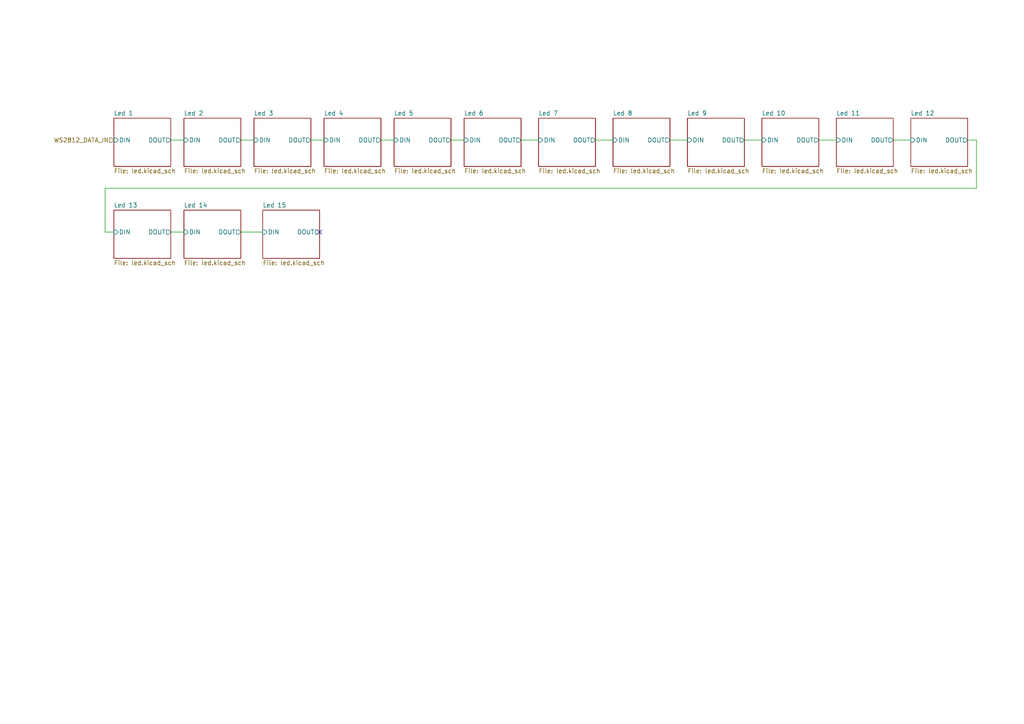
<source format=kicad_sch>
(kicad_sch
	(version 20231120)
	(generator "eeschema")
	(generator_version "8.0")
	(uuid "92abc521-fad4-4e0e-910e-9e9ac373d098")
	(paper "A4")
	(lib_symbols)
	(no_connect
		(at 92.71 67.31)
		(uuid "59d9094d-2b8b-47cb-a832-808e84f35672")
	)
	(wire
		(pts
			(xy 30.48 67.31) (xy 33.02 67.31)
		)
		(stroke
			(width 0)
			(type default)
		)
		(uuid "0078f426-0151-43f9-9c0b-67c7bab6fc69")
	)
	(wire
		(pts
			(xy 90.17 40.64) (xy 93.98 40.64)
		)
		(stroke
			(width 0)
			(type default)
		)
		(uuid "3d25bdfd-afce-43b2-ae44-dfdf99a88852")
	)
	(wire
		(pts
			(xy 151.13 40.64) (xy 156.21 40.64)
		)
		(stroke
			(width 0)
			(type default)
		)
		(uuid "4738da18-ded1-4c97-b39c-18fd2537e7ad")
	)
	(wire
		(pts
			(xy 110.49 40.64) (xy 114.3 40.64)
		)
		(stroke
			(width 0)
			(type default)
		)
		(uuid "59dbf83a-c3ca-4a7b-84a1-2dc8093656eb")
	)
	(wire
		(pts
			(xy 237.49 40.64) (xy 242.57 40.64)
		)
		(stroke
			(width 0)
			(type default)
		)
		(uuid "5abdbadd-972b-464a-8caf-4ff600e50410")
	)
	(wire
		(pts
			(xy 49.53 67.31) (xy 53.34 67.31)
		)
		(stroke
			(width 0)
			(type default)
		)
		(uuid "5ee1f617-61e6-493c-80ce-35f02b4c39e5")
	)
	(wire
		(pts
			(xy 283.21 54.61) (xy 30.48 54.61)
		)
		(stroke
			(width 0)
			(type default)
		)
		(uuid "61ecc90a-f5f2-403d-a0b9-245ae32be1c3")
	)
	(wire
		(pts
			(xy 172.72 40.64) (xy 177.8 40.64)
		)
		(stroke
			(width 0)
			(type default)
		)
		(uuid "70352cda-c2f0-4da2-94a0-6d1490fa725a")
	)
	(wire
		(pts
			(xy 69.85 40.64) (xy 73.66 40.64)
		)
		(stroke
			(width 0)
			(type default)
		)
		(uuid "82c18e53-1991-413a-9073-4f0704de3e31")
	)
	(wire
		(pts
			(xy 215.9 40.64) (xy 220.98 40.64)
		)
		(stroke
			(width 0)
			(type default)
		)
		(uuid "8e5582c5-1860-42a1-927b-fa4228205ad2")
	)
	(wire
		(pts
			(xy 30.48 54.61) (xy 30.48 67.31)
		)
		(stroke
			(width 0)
			(type default)
		)
		(uuid "94e67430-7b2c-4e0f-809f-0eb6d3e0cc2a")
	)
	(wire
		(pts
			(xy 69.85 67.31) (xy 76.2 67.31)
		)
		(stroke
			(width 0)
			(type default)
		)
		(uuid "aed0e4ea-b47f-429e-a042-a3af88256206")
	)
	(wire
		(pts
			(xy 49.53 40.64) (xy 53.34 40.64)
		)
		(stroke
			(width 0)
			(type default)
		)
		(uuid "bd0f2b70-922c-4ba3-b135-8de68c53685c")
	)
	(wire
		(pts
			(xy 130.81 40.64) (xy 134.62 40.64)
		)
		(stroke
			(width 0)
			(type default)
		)
		(uuid "bdf12926-fd71-4f3e-b8ad-3158b7889680")
	)
	(wire
		(pts
			(xy 283.21 40.64) (xy 283.21 54.61)
		)
		(stroke
			(width 0)
			(type default)
		)
		(uuid "bf92f1ee-b254-45c2-99b3-62db9c915d0f")
	)
	(wire
		(pts
			(xy 259.08 40.64) (xy 264.16 40.64)
		)
		(stroke
			(width 0)
			(type default)
		)
		(uuid "c17a71ab-740e-4c72-b1f0-2e3aef0f7965")
	)
	(wire
		(pts
			(xy 280.67 40.64) (xy 283.21 40.64)
		)
		(stroke
			(width 0)
			(type default)
		)
		(uuid "cda018a3-fd02-455c-a06a-d4b771aa5dd7")
	)
	(wire
		(pts
			(xy 194.31 40.64) (xy 199.39 40.64)
		)
		(stroke
			(width 0)
			(type default)
		)
		(uuid "ed7a92b4-606e-4413-9eef-381320b20ee9")
	)
	(hierarchical_label "WS2812_DATA_IN"
		(shape input)
		(at 33.02 40.64 180)
		(fields_autoplaced yes)
		(effects
			(font
				(size 1.27 1.27)
			)
			(justify right)
		)
		(uuid "c8162c3d-41d6-401b-92ce-30371c85cee3")
	)
	(sheet
		(at 242.57 34.29)
		(size 16.51 13.97)
		(fields_autoplaced yes)
		(stroke
			(width 0.1524)
			(type solid)
		)
		(fill
			(color 0 0 0 0.0000)
		)
		(uuid "1e1d8acd-466e-421e-843b-56104b9051b3")
		(property "Sheetname" "Led 11"
			(at 242.57 33.5784 0)
			(effects
				(font
					(size 1.27 1.27)
				)
				(justify left bottom)
			)
		)
		(property "Sheetfile" "led.kicad_sch"
			(at 242.57 48.8446 0)
			(effects
				(font
					(size 1.27 1.27)
				)
				(justify left top)
			)
		)
		(pin "DIN" input
			(at 242.57 40.64 180)
			(effects
				(font
					(size 1.27 1.27)
				)
				(justify left)
			)
			(uuid "70c87dac-d399-4cbb-bd53-7ce94d229e8c")
		)
		(pin "DOUT" output
			(at 259.08 40.64 0)
			(effects
				(font
					(size 1.27 1.27)
				)
				(justify right)
			)
			(uuid "d2817064-a3ff-48e6-a88e-1b804e18942f")
		)
		(instances
			(project "switch_sequencer"
				(path "/1090b42d-0526-4901-ae26-1a4493d10820/235c182e-f8eb-45f9-913d-a3ffe96204cb"
					(page "15")
				)
			)
		)
	)
	(sheet
		(at 33.02 60.96)
		(size 16.51 13.97)
		(fields_autoplaced yes)
		(stroke
			(width 0.1524)
			(type solid)
		)
		(fill
			(color 0 0 0 0.0000)
		)
		(uuid "1f7232f8-13df-429d-90c7-616d5130361d")
		(property "Sheetname" "Led 13"
			(at 33.02 60.2484 0)
			(effects
				(font
					(size 1.27 1.27)
				)
				(justify left bottom)
			)
		)
		(property "Sheetfile" "led.kicad_sch"
			(at 33.02 75.5146 0)
			(effects
				(font
					(size 1.27 1.27)
				)
				(justify left top)
			)
		)
		(pin "DIN" input
			(at 33.02 67.31 180)
			(effects
				(font
					(size 1.27 1.27)
				)
				(justify left)
			)
			(uuid "be7101d1-feb6-4475-8c28-23f951983416")
		)
		(pin "DOUT" output
			(at 49.53 67.31 0)
			(effects
				(font
					(size 1.27 1.27)
				)
				(justify right)
			)
			(uuid "b9a218d9-70f4-4615-9634-1c950f86541a")
		)
		(instances
			(project "switch_sequencer"
				(path "/1090b42d-0526-4901-ae26-1a4493d10820/235c182e-f8eb-45f9-913d-a3ffe96204cb"
					(page "17")
				)
			)
		)
	)
	(sheet
		(at 114.3 34.29)
		(size 16.51 13.97)
		(fields_autoplaced yes)
		(stroke
			(width 0.1524)
			(type solid)
		)
		(fill
			(color 0 0 0 0.0000)
		)
		(uuid "235d63c6-da5f-46c1-8e76-f4638e14c221")
		(property "Sheetname" "Led 5"
			(at 114.3 33.5784 0)
			(effects
				(font
					(size 1.27 1.27)
				)
				(justify left bottom)
			)
		)
		(property "Sheetfile" "led.kicad_sch"
			(at 114.3 48.8446 0)
			(effects
				(font
					(size 1.27 1.27)
				)
				(justify left top)
			)
		)
		(pin "DIN" input
			(at 114.3 40.64 180)
			(effects
				(font
					(size 1.27 1.27)
				)
				(justify left)
			)
			(uuid "85756fd2-2699-4401-8a51-97cde91f01ff")
		)
		(pin "DOUT" output
			(at 130.81 40.64 0)
			(effects
				(font
					(size 1.27 1.27)
				)
				(justify right)
			)
			(uuid "22a516f9-3f19-4e99-bbd4-ff7e7004c154")
		)
		(instances
			(project "switch_sequencer"
				(path "/1090b42d-0526-4901-ae26-1a4493d10820/235c182e-f8eb-45f9-913d-a3ffe96204cb"
					(page "9")
				)
			)
		)
	)
	(sheet
		(at 220.98 34.29)
		(size 16.51 13.97)
		(fields_autoplaced yes)
		(stroke
			(width 0.1524)
			(type solid)
		)
		(fill
			(color 0 0 0 0.0000)
		)
		(uuid "248823e2-1f31-451d-a01e-451a328cd0bd")
		(property "Sheetname" "Led 10"
			(at 220.98 33.5784 0)
			(effects
				(font
					(size 1.27 1.27)
				)
				(justify left bottom)
			)
		)
		(property "Sheetfile" "led.kicad_sch"
			(at 220.98 48.8446 0)
			(effects
				(font
					(size 1.27 1.27)
				)
				(justify left top)
			)
		)
		(pin "DIN" input
			(at 220.98 40.64 180)
			(effects
				(font
					(size 1.27 1.27)
				)
				(justify left)
			)
			(uuid "9eec157a-fdeb-4fe7-81ad-88f09d44f0a3")
		)
		(pin "DOUT" output
			(at 237.49 40.64 0)
			(effects
				(font
					(size 1.27 1.27)
				)
				(justify right)
			)
			(uuid "cfa0bb52-4b35-4030-9df9-bd4ca88ea922")
		)
		(instances
			(project "switch_sequencer"
				(path "/1090b42d-0526-4901-ae26-1a4493d10820/235c182e-f8eb-45f9-913d-a3ffe96204cb"
					(page "14")
				)
			)
		)
	)
	(sheet
		(at 73.66 34.29)
		(size 16.51 13.97)
		(fields_autoplaced yes)
		(stroke
			(width 0.1524)
			(type solid)
		)
		(fill
			(color 0 0 0 0.0000)
		)
		(uuid "2c0434d0-e04a-49ea-9c05-a82b1c421139")
		(property "Sheetname" "Led 3"
			(at 73.66 33.5784 0)
			(effects
				(font
					(size 1.27 1.27)
				)
				(justify left bottom)
			)
		)
		(property "Sheetfile" "led.kicad_sch"
			(at 73.66 48.8446 0)
			(effects
				(font
					(size 1.27 1.27)
				)
				(justify left top)
			)
		)
		(pin "DOUT" output
			(at 90.17 40.64 0)
			(effects
				(font
					(size 1.27 1.27)
				)
				(justify right)
			)
			(uuid "b52cbd42-0c25-4ba7-8878-7990e251f036")
		)
		(pin "DIN" input
			(at 73.66 40.64 180)
			(effects
				(font
					(size 1.27 1.27)
				)
				(justify left)
			)
			(uuid "fec725ed-fb15-4ebc-8b75-acd198bf498a")
		)
		(instances
			(project "switch_sequencer"
				(path "/1090b42d-0526-4901-ae26-1a4493d10820/235c182e-f8eb-45f9-913d-a3ffe96204cb"
					(page "7")
				)
			)
		)
	)
	(sheet
		(at 156.21 34.29)
		(size 16.51 13.97)
		(fields_autoplaced yes)
		(stroke
			(width 0.1524)
			(type solid)
		)
		(fill
			(color 0 0 0 0.0000)
		)
		(uuid "33f44a05-8ae7-4a66-a5b5-ebb97b30ac89")
		(property "Sheetname" "Led 7"
			(at 156.21 33.5784 0)
			(effects
				(font
					(size 1.27 1.27)
				)
				(justify left bottom)
			)
		)
		(property "Sheetfile" "led.kicad_sch"
			(at 156.21 48.8446 0)
			(effects
				(font
					(size 1.27 1.27)
				)
				(justify left top)
			)
		)
		(pin "DIN" input
			(at 156.21 40.64 180)
			(effects
				(font
					(size 1.27 1.27)
				)
				(justify left)
			)
			(uuid "767ba626-a47f-4289-9a50-f2b3e7c3e55f")
		)
		(pin "DOUT" output
			(at 172.72 40.64 0)
			(effects
				(font
					(size 1.27 1.27)
				)
				(justify right)
			)
			(uuid "c821e97f-e088-498b-8c1e-c6aba48798ed")
		)
		(instances
			(project "switch_sequencer"
				(path "/1090b42d-0526-4901-ae26-1a4493d10820/235c182e-f8eb-45f9-913d-a3ffe96204cb"
					(page "11")
				)
			)
		)
	)
	(sheet
		(at 177.8 34.29)
		(size 16.51 13.97)
		(fields_autoplaced yes)
		(stroke
			(width 0.1524)
			(type solid)
		)
		(fill
			(color 0 0 0 0.0000)
		)
		(uuid "49da3756-dbc4-42b3-b160-866d708f67f8")
		(property "Sheetname" "Led 8"
			(at 177.8 33.5784 0)
			(effects
				(font
					(size 1.27 1.27)
				)
				(justify left bottom)
			)
		)
		(property "Sheetfile" "led.kicad_sch"
			(at 177.8 48.8446 0)
			(effects
				(font
					(size 1.27 1.27)
				)
				(justify left top)
			)
		)
		(pin "DIN" input
			(at 177.8 40.64 180)
			(effects
				(font
					(size 1.27 1.27)
				)
				(justify left)
			)
			(uuid "b6e65a56-acd7-43a5-b466-d2e8e034f2a1")
		)
		(pin "DOUT" output
			(at 194.31 40.64 0)
			(effects
				(font
					(size 1.27 1.27)
				)
				(justify right)
			)
			(uuid "61c8c91a-3ccc-4e5a-ae23-de1ab1b11e3a")
		)
		(instances
			(project "switch_sequencer"
				(path "/1090b42d-0526-4901-ae26-1a4493d10820/235c182e-f8eb-45f9-913d-a3ffe96204cb"
					(page "12")
				)
			)
		)
	)
	(sheet
		(at 134.62 34.29)
		(size 16.51 13.97)
		(fields_autoplaced yes)
		(stroke
			(width 0.1524)
			(type solid)
		)
		(fill
			(color 0 0 0 0.0000)
		)
		(uuid "500669bc-310f-4a66-8c37-208d93b42702")
		(property "Sheetname" "Led 6"
			(at 134.62 33.5784 0)
			(effects
				(font
					(size 1.27 1.27)
				)
				(justify left bottom)
			)
		)
		(property "Sheetfile" "led.kicad_sch"
			(at 134.62 48.8446 0)
			(effects
				(font
					(size 1.27 1.27)
				)
				(justify left top)
			)
		)
		(pin "DIN" input
			(at 134.62 40.64 180)
			(effects
				(font
					(size 1.27 1.27)
				)
				(justify left)
			)
			(uuid "20ee2c55-cb6b-445d-8a01-e2e434887a2d")
		)
		(pin "DOUT" output
			(at 151.13 40.64 0)
			(effects
				(font
					(size 1.27 1.27)
				)
				(justify right)
			)
			(uuid "5086c660-a4c6-4848-9d8c-73aac97ba43e")
		)
		(instances
			(project "switch_sequencer"
				(path "/1090b42d-0526-4901-ae26-1a4493d10820/235c182e-f8eb-45f9-913d-a3ffe96204cb"
					(page "10")
				)
			)
		)
	)
	(sheet
		(at 199.39 34.29)
		(size 16.51 13.97)
		(fields_autoplaced yes)
		(stroke
			(width 0.1524)
			(type solid)
		)
		(fill
			(color 0 0 0 0.0000)
		)
		(uuid "5017bed4-d205-4a0c-ac67-892c6c6357bc")
		(property "Sheetname" "Led 9"
			(at 199.39 33.5784 0)
			(effects
				(font
					(size 1.27 1.27)
				)
				(justify left bottom)
			)
		)
		(property "Sheetfile" "led.kicad_sch"
			(at 199.39 48.8446 0)
			(effects
				(font
					(size 1.27 1.27)
				)
				(justify left top)
			)
		)
		(pin "DIN" input
			(at 199.39 40.64 180)
			(effects
				(font
					(size 1.27 1.27)
				)
				(justify left)
			)
			(uuid "b2256251-1008-425f-9733-493d8cd8fee7")
		)
		(pin "DOUT" output
			(at 215.9 40.64 0)
			(effects
				(font
					(size 1.27 1.27)
				)
				(justify right)
			)
			(uuid "854f7003-2801-429f-8245-9920c6b68ddd")
		)
		(instances
			(project "switch_sequencer"
				(path "/1090b42d-0526-4901-ae26-1a4493d10820/235c182e-f8eb-45f9-913d-a3ffe96204cb"
					(page "13")
				)
			)
		)
	)
	(sheet
		(at 264.16 34.29)
		(size 16.51 13.97)
		(fields_autoplaced yes)
		(stroke
			(width 0.1524)
			(type solid)
		)
		(fill
			(color 0 0 0 0.0000)
		)
		(uuid "8eaba153-ccf3-4f78-80f7-f6a55aeaf418")
		(property "Sheetname" "Led 12"
			(at 264.16 33.5784 0)
			(effects
				(font
					(size 1.27 1.27)
				)
				(justify left bottom)
			)
		)
		(property "Sheetfile" "led.kicad_sch"
			(at 264.16 48.8446 0)
			(effects
				(font
					(size 1.27 1.27)
				)
				(justify left top)
			)
		)
		(pin "DIN" input
			(at 264.16 40.64 180)
			(effects
				(font
					(size 1.27 1.27)
				)
				(justify left)
			)
			(uuid "2eba2abc-56ea-4fb6-a5d8-99c581a5b7bc")
		)
		(pin "DOUT" output
			(at 280.67 40.64 0)
			(effects
				(font
					(size 1.27 1.27)
				)
				(justify right)
			)
			(uuid "7e4ed749-0123-4061-933d-046a15179507")
		)
		(instances
			(project "switch_sequencer"
				(path "/1090b42d-0526-4901-ae26-1a4493d10820/235c182e-f8eb-45f9-913d-a3ffe96204cb"
					(page "16")
				)
			)
		)
	)
	(sheet
		(at 33.02 34.29)
		(size 16.51 13.97)
		(fields_autoplaced yes)
		(stroke
			(width 0.1524)
			(type solid)
		)
		(fill
			(color 0 0 0 0.0000)
		)
		(uuid "9568684e-185d-4df4-bea9-5467c3cd710a")
		(property "Sheetname" "Led 1"
			(at 33.02 33.5784 0)
			(effects
				(font
					(size 1.27 1.27)
				)
				(justify left bottom)
			)
		)
		(property "Sheetfile" "led.kicad_sch"
			(at 33.02 48.8446 0)
			(effects
				(font
					(size 1.27 1.27)
				)
				(justify left top)
			)
		)
		(pin "DOUT" output
			(at 49.53 40.64 0)
			(effects
				(font
					(size 1.27 1.27)
				)
				(justify right)
			)
			(uuid "8736960d-97bf-4130-a300-33a0c0a130fb")
		)
		(pin "DIN" input
			(at 33.02 40.64 180)
			(effects
				(font
					(size 1.27 1.27)
				)
				(justify left)
			)
			(uuid "1f340285-c38d-4b1d-964a-4ca50a0b9f36")
		)
		(instances
			(project "switch_sequencer"
				(path "/1090b42d-0526-4901-ae26-1a4493d10820/235c182e-f8eb-45f9-913d-a3ffe96204cb"
					(page "4")
				)
			)
		)
	)
	(sheet
		(at 76.2 60.96)
		(size 16.51 13.97)
		(fields_autoplaced yes)
		(stroke
			(width 0.1524)
			(type solid)
		)
		(fill
			(color 0 0 0 0.0000)
		)
		(uuid "ab27072d-cb09-45ba-a21f-1e5fa6c8af07")
		(property "Sheetname" "Led 15"
			(at 76.2 60.2484 0)
			(effects
				(font
					(size 1.27 1.27)
				)
				(justify left bottom)
			)
		)
		(property "Sheetfile" "led.kicad_sch"
			(at 76.2 75.5146 0)
			(effects
				(font
					(size 1.27 1.27)
				)
				(justify left top)
			)
		)
		(pin "DIN" input
			(at 76.2 67.31 180)
			(effects
				(font
					(size 1.27 1.27)
				)
				(justify left)
			)
			(uuid "c8dab5f1-4285-4666-aace-3fdf413e93c2")
		)
		(pin "DOUT" output
			(at 92.71 67.31 0)
			(effects
				(font
					(size 1.27 1.27)
				)
				(justify right)
			)
			(uuid "3b5e77fc-1e25-447f-bf4d-046367f40035")
		)
		(instances
			(project "switch_sequencer"
				(path "/1090b42d-0526-4901-ae26-1a4493d10820/235c182e-f8eb-45f9-913d-a3ffe96204cb"
					(page "19")
				)
			)
		)
	)
	(sheet
		(at 53.34 60.96)
		(size 16.51 13.97)
		(fields_autoplaced yes)
		(stroke
			(width 0.1524)
			(type solid)
		)
		(fill
			(color 0 0 0 0.0000)
		)
		(uuid "ab9d500d-ab41-4122-b53e-d269cb32e90f")
		(property "Sheetname" "Led 14"
			(at 53.34 60.2484 0)
			(effects
				(font
					(size 1.27 1.27)
				)
				(justify left bottom)
			)
		)
		(property "Sheetfile" "led.kicad_sch"
			(at 53.34 75.5146 0)
			(effects
				(font
					(size 1.27 1.27)
				)
				(justify left top)
			)
		)
		(pin "DIN" input
			(at 53.34 67.31 180)
			(effects
				(font
					(size 1.27 1.27)
				)
				(justify left)
			)
			(uuid "9c19762a-1a68-441b-bcaf-34b39d25a6cd")
		)
		(pin "DOUT" output
			(at 69.85 67.31 0)
			(effects
				(font
					(size 1.27 1.27)
				)
				(justify right)
			)
			(uuid "ccc29093-ea34-4bc8-adca-2edfc734d2f5")
		)
		(instances
			(project "switch_sequencer"
				(path "/1090b42d-0526-4901-ae26-1a4493d10820/235c182e-f8eb-45f9-913d-a3ffe96204cb"
					(page "18")
				)
			)
		)
	)
	(sheet
		(at 93.98 34.29)
		(size 16.51 13.97)
		(fields_autoplaced yes)
		(stroke
			(width 0.1524)
			(type solid)
		)
		(fill
			(color 0 0 0 0.0000)
		)
		(uuid "c52f871a-b606-487e-a595-029c17aa7ffa")
		(property "Sheetname" "Led 4"
			(at 93.98 33.5784 0)
			(effects
				(font
					(size 1.27 1.27)
				)
				(justify left bottom)
			)
		)
		(property "Sheetfile" "led.kicad_sch"
			(at 93.98 48.8446 0)
			(effects
				(font
					(size 1.27 1.27)
				)
				(justify left top)
			)
		)
		(pin "DOUT" output
			(at 110.49 40.64 0)
			(effects
				(font
					(size 1.27 1.27)
				)
				(justify right)
			)
			(uuid "8e450b55-93d3-4fea-b746-8af68af06a78")
		)
		(pin "DIN" input
			(at 93.98 40.64 180)
			(effects
				(font
					(size 1.27 1.27)
				)
				(justify left)
			)
			(uuid "dc65d088-fc87-474e-801e-807597c17767")
		)
		(instances
			(project "switch_sequencer"
				(path "/1090b42d-0526-4901-ae26-1a4493d10820/235c182e-f8eb-45f9-913d-a3ffe96204cb"
					(page "8")
				)
			)
		)
	)
	(sheet
		(at 53.34 34.29)
		(size 16.51 13.97)
		(fields_autoplaced yes)
		(stroke
			(width 0.1524)
			(type solid)
		)
		(fill
			(color 0 0 0 0.0000)
		)
		(uuid "df2b63e3-44c1-4161-8842-8b1c1fbd5bf9")
		(property "Sheetname" "Led 2"
			(at 53.34 33.5784 0)
			(effects
				(font
					(size 1.27 1.27)
				)
				(justify left bottom)
			)
		)
		(property "Sheetfile" "led.kicad_sch"
			(at 53.34 48.8446 0)
			(effects
				(font
					(size 1.27 1.27)
				)
				(justify left top)
			)
		)
		(pin "DOUT" output
			(at 69.85 40.64 0)
			(effects
				(font
					(size 1.27 1.27)
				)
				(justify right)
			)
			(uuid "7df994e6-ed5b-4613-8325-0c5accf8acd1")
		)
		(pin "DIN" input
			(at 53.34 40.64 180)
			(effects
				(font
					(size 1.27 1.27)
				)
				(justify left)
			)
			(uuid "0b23a1aa-9337-49f0-8c37-2cbed8af8106")
		)
		(instances
			(project "switch_sequencer"
				(path "/1090b42d-0526-4901-ae26-1a4493d10820/235c182e-f8eb-45f9-913d-a3ffe96204cb"
					(page "6")
				)
			)
		)
	)
)

</source>
